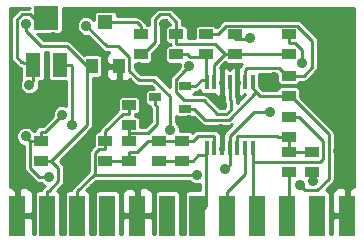
<source format=gbl>
%FSLAX46Y46*%
G04 Gerber Fmt 4.6, Leading zero omitted, Abs format (unit mm)*
G04 Created by KiCad (PCBNEW (2014-09-02 BZR 5112)-product) date 2014-09-07 2:51:26 PM*
%MOMM*%
G01*
G04 APERTURE LIST*
%ADD10C,0.150000*%
%ADD11R,1.000760X0.701040*%
%ADD12R,1.998980X1.998980*%
%ADD13R,1.300480X1.998980*%
%ADD14R,1.143000X0.812800*%
%ADD15R,1.000000X1.250000*%
%ADD16R,1.200000X1.250000*%
%ADD17R,1.350000X3.500000*%
%ADD18R,0.299720X1.300480*%
%ADD19C,0.889000*%
%ADD20C,0.254000*%
G04 APERTURE END LIST*
D10*
D11*
X154230000Y-89500000D03*
X156770000Y-90452500D03*
X156770000Y-88547500D03*
D12*
X145000000Y-82751020D03*
D13*
X146150620Y-86748980D03*
X143849380Y-86748980D03*
D14*
X152000000Y-93149100D03*
X152000000Y-94850900D03*
X150000000Y-93149100D03*
X150000000Y-94850900D03*
X156500000Y-93149100D03*
X156500000Y-94850900D03*
X154500000Y-93149100D03*
X154500000Y-94850900D03*
X144500000Y-94850900D03*
X144500000Y-93149100D03*
X167500000Y-94149100D03*
X167500000Y-95850900D03*
X152000000Y-90149100D03*
X152000000Y-91850900D03*
X165500000Y-87649100D03*
X165500000Y-89350900D03*
X158500000Y-85850900D03*
X158500000Y-84149100D03*
X156000000Y-84149100D03*
X156000000Y-85850900D03*
X153000000Y-84149100D03*
X153000000Y-85850900D03*
X161000000Y-84149100D03*
X161000000Y-85850900D03*
X165500000Y-84149100D03*
X165500000Y-85850900D03*
X165500000Y-94149100D03*
X165500000Y-95850900D03*
X165500000Y-91149100D03*
X165500000Y-92850900D03*
D15*
X148850000Y-86850000D03*
X151150000Y-86850000D03*
D16*
X150000000Y-83150000D03*
D17*
X142530000Y-99500000D03*
X145070000Y-99500000D03*
X147610000Y-99500000D03*
X150150000Y-99500000D03*
X152690000Y-99500000D03*
X155230000Y-99500000D03*
X157770000Y-99500000D03*
X160310000Y-99500000D03*
X162850000Y-99500000D03*
X165390000Y-99500000D03*
X167930000Y-99500000D03*
X170470000Y-99500000D03*
D18*
X158569600Y-88206000D03*
X159204600Y-88206000D03*
X159865000Y-88206000D03*
X160500000Y-88206000D03*
X161160400Y-88206000D03*
X161808100Y-88206000D03*
X162455800Y-88206000D03*
X162455800Y-93794000D03*
X161808100Y-93794000D03*
X161160400Y-93794000D03*
X160500000Y-93794000D03*
X159852300Y-93794000D03*
X159204600Y-93794000D03*
X158556900Y-93794000D03*
D19*
X157102000Y-86837400D03*
X143250000Y-83250000D03*
X143264300Y-92797000D03*
X162271500Y-84489600D03*
X145198500Y-96218900D03*
X146350000Y-90950000D03*
X163888500Y-90693600D03*
X157709700Y-96031900D03*
X160142300Y-95562800D03*
X145554108Y-84398213D03*
X146300000Y-89050000D03*
X169700000Y-94000000D03*
X167550000Y-96600000D03*
X152800000Y-86905002D03*
X164280798Y-87800000D03*
X159850000Y-90150000D03*
X159808218Y-92156630D03*
X154969202Y-83250000D03*
X153550000Y-91400000D03*
X157050000Y-91450722D03*
X149050000Y-97150000D03*
X159395612Y-83181913D03*
X143551100Y-88410700D03*
X166678700Y-86589300D03*
X166456400Y-96908600D03*
X148375000Y-83430600D03*
X155464781Y-92228053D03*
X147186900Y-91816200D03*
D20*
X144544306Y-85172923D02*
X146757623Y-85172923D01*
X143250000Y-83878617D02*
X144544306Y-85172923D01*
X143250000Y-83250000D02*
X143250000Y-83878617D01*
X146757623Y-85172923D02*
X148434700Y-86850000D01*
X148434700Y-86850000D02*
X148434800Y-86850000D01*
X145070000Y-97419500D02*
X145186400Y-97419500D01*
X145186400Y-97419500D02*
X146000600Y-96605300D01*
X146000600Y-96605300D02*
X146000600Y-95449500D01*
X146000600Y-95449500D02*
X145402000Y-94850900D01*
X148850000Y-86850000D02*
X148434800Y-86850000D01*
X144500000Y-94850900D02*
X145402000Y-94850900D01*
X145070000Y-99500000D02*
X145070000Y-97419500D01*
X148434700Y-86850000D02*
X148434700Y-91818200D01*
X148434700Y-91818200D02*
X145402000Y-94850900D01*
X160624701Y-90521857D02*
X160221857Y-90924701D01*
X158310651Y-89757209D02*
X156649009Y-89757209D01*
X160221857Y-90924701D02*
X159478143Y-90924701D01*
X155939000Y-89047200D02*
X155939000Y-88000400D01*
X160500000Y-88200900D02*
X160500000Y-89653442D01*
X160500000Y-89653442D02*
X160624701Y-89778143D01*
X160624701Y-89778143D02*
X160624701Y-90521857D01*
X159478143Y-90924701D02*
X158310651Y-89757209D01*
X156649009Y-89757209D02*
X155939000Y-89047200D01*
X155939000Y-88000400D02*
X156657501Y-87281899D01*
X156657501Y-87281899D02*
X157102000Y-86837400D01*
X149095600Y-96026800D02*
X149095600Y-94237700D01*
X149095600Y-94237700D02*
X149447300Y-93886000D01*
X149447300Y-93886000D02*
X150000000Y-93886000D01*
X150000000Y-93149100D02*
X150000000Y-93886000D01*
X143598000Y-93149100D02*
X143264300Y-92815400D01*
X143264300Y-92815400D02*
X143264300Y-92797000D01*
X145198500Y-96218900D02*
X144350100Y-96218900D01*
X144350100Y-96218900D02*
X143598000Y-95466800D01*
X143598000Y-95466800D02*
X143598000Y-93149100D01*
X161000000Y-84517500D02*
X162243600Y-84517500D01*
X162243600Y-84517500D02*
X162271500Y-84489600D01*
X161000000Y-84149100D02*
X161000000Y-84517500D01*
X144500000Y-93149100D02*
X143598000Y-93149100D01*
X144500000Y-93149100D02*
X144500000Y-92412200D01*
X146350000Y-90950000D02*
X144887800Y-92412200D01*
X144887800Y-92412200D02*
X144500000Y-92412200D01*
X152000000Y-90149100D02*
X152000000Y-90886000D01*
X150000000Y-93149100D02*
X150000000Y-92333300D01*
X150000000Y-92333300D02*
X151447300Y-90886000D01*
X151447300Y-90886000D02*
X152000000Y-90886000D01*
X157704600Y-96026800D02*
X157709700Y-96031900D01*
X149095600Y-96026800D02*
X157704600Y-96026800D01*
X160500000Y-93799100D02*
X160500000Y-92727900D01*
X160500000Y-95205100D02*
X160500000Y-93799100D01*
X162534300Y-90693600D02*
X163888500Y-90693600D01*
X160500000Y-92727900D02*
X162534300Y-90693600D01*
X160142300Y-95562800D02*
X160500000Y-95205100D01*
X147610000Y-99500000D02*
X147610000Y-97419500D01*
X147610000Y-97419500D02*
X149002700Y-96026800D01*
X149002700Y-96026800D02*
X149095600Y-96026800D01*
X150000000Y-83150000D02*
X152661000Y-83150000D01*
X152661000Y-83150000D02*
X153000000Y-83488700D01*
X153000000Y-83488700D02*
X153000000Y-84149100D01*
X170470000Y-99500000D02*
X170470000Y-97530000D01*
X170470000Y-97530000D02*
X171000000Y-97000000D01*
X171000000Y-97000000D02*
X171000000Y-82000000D01*
X171000000Y-82000000D02*
X146500000Y-82000000D01*
X142530000Y-99500000D02*
X142530000Y-97530000D01*
X142530000Y-97530000D02*
X142000000Y-97000000D01*
X142000000Y-97000000D02*
X142000000Y-82000000D01*
X142000000Y-82000000D02*
X143500000Y-82000000D01*
X153550000Y-90230721D02*
X153550000Y-91400000D01*
X151150000Y-87830721D02*
X153550000Y-90230721D01*
X151150000Y-86850000D02*
X151150000Y-87830721D01*
X167550000Y-95900900D02*
X167500000Y-95850900D01*
X167550000Y-96600000D02*
X167550000Y-95900900D01*
X150442700Y-86850000D02*
X149997702Y-86405002D01*
X151150000Y-86850000D02*
X150442700Y-86850000D01*
X159849760Y-90149760D02*
X159850000Y-90150000D01*
X159849760Y-88200920D02*
X159849760Y-90149760D01*
X159849760Y-93799080D02*
X159849760Y-92198172D01*
X159849760Y-92198172D02*
X159808218Y-92156630D01*
X154969202Y-85364417D02*
X154969202Y-83250000D01*
X152800000Y-86905002D02*
X153428617Y-86905002D01*
X153428617Y-86905002D02*
X154969202Y-85364417D01*
X152344000Y-97150000D02*
X149050000Y-97150000D01*
X152690000Y-97496000D02*
X152344000Y-97150000D01*
X152690000Y-99500000D02*
X152690000Y-97496000D01*
X143551100Y-88410700D02*
X143849400Y-88112400D01*
X143849400Y-88112400D02*
X143849400Y-86749000D01*
X143849400Y-86749000D02*
X142868700Y-86499000D01*
X142868700Y-86499000D02*
X142466200Y-86096500D01*
X142466200Y-86096500D02*
X142466200Y-82930600D01*
X142466200Y-82930600D02*
X142930500Y-82466300D01*
X142930500Y-82466300D02*
X143635300Y-82466300D01*
X143920020Y-82751020D02*
X143635300Y-82466300D01*
X145000000Y-82751020D02*
X143920020Y-82751020D01*
X162451000Y-94399500D02*
X162450700Y-94399200D01*
X162450700Y-94399200D02*
X162450700Y-93799100D01*
X162451000Y-94399500D02*
X162451000Y-95000000D01*
X162451000Y-93799100D02*
X162451000Y-94399500D01*
X165500000Y-91149100D02*
X166402000Y-91149100D01*
X162451000Y-95000000D02*
X168147300Y-95000000D01*
X168147300Y-95000000D02*
X168402100Y-94745200D01*
X168402100Y-94745200D02*
X168402100Y-93149200D01*
X168402100Y-93149200D02*
X166402000Y-91149100D01*
X162451000Y-95000000D02*
X162451000Y-99100700D01*
X162451000Y-99100700D02*
X162850000Y-99500000D01*
X165500000Y-95850900D02*
X165500000Y-99390000D01*
X165500000Y-99390000D02*
X165390000Y-99500000D01*
X165500000Y-84149100D02*
X165500000Y-84886000D01*
X166678700Y-86589300D02*
X166678700Y-85512000D01*
X166678700Y-85512000D02*
X166052700Y-84886000D01*
X166052700Y-84886000D02*
X165500000Y-84886000D01*
X162766800Y-89042600D02*
X163075000Y-89350900D01*
X163075000Y-89350900D02*
X165500000Y-89350900D01*
X162451000Y-88200900D02*
X162451000Y-88726700D01*
X162451000Y-88726700D02*
X162766800Y-89042600D01*
X162500000Y-88151600D02*
X162451000Y-88200900D01*
X162450700Y-88200900D02*
X162451000Y-88200900D01*
X165665100Y-89350900D02*
X168902800Y-92588600D01*
X165500000Y-89350900D02*
X165665100Y-89350900D01*
X168902800Y-92588600D02*
X168902800Y-96393758D01*
X168902800Y-96393758D02*
X167921857Y-97374701D01*
X167921857Y-97374701D02*
X166922501Y-97374701D01*
X166922501Y-97374701D02*
X166900899Y-97353099D01*
X166900899Y-97353099D02*
X166456400Y-96908600D01*
X162766800Y-89042600D02*
X160427489Y-91381911D01*
X160427489Y-91381911D02*
X158453791Y-91381911D01*
X158453791Y-91381911D02*
X157524380Y-90452500D01*
X157524380Y-90452500D02*
X156770000Y-90452500D01*
X161800000Y-96005500D02*
X161800000Y-93799100D01*
X160310000Y-97496000D02*
X161800000Y-96005500D01*
X160310000Y-99500000D02*
X160310000Y-97496000D01*
X161800500Y-93799100D02*
X161800000Y-93799100D01*
X156500000Y-94850900D02*
X157402000Y-94850900D01*
X158549000Y-94399500D02*
X157853400Y-94399500D01*
X157853400Y-94399500D02*
X157402000Y-94850900D01*
X158549000Y-94399500D02*
X158549000Y-94337300D01*
X158549000Y-94337300D02*
X158549300Y-94337000D01*
X158549300Y-94337000D02*
X158549300Y-93799100D01*
X158549000Y-94337300D02*
X158549000Y-94324900D01*
X156500000Y-94850900D02*
X154500000Y-94850900D01*
X158549000Y-98720700D02*
X158549000Y-94399500D01*
X157770000Y-99500000D02*
X158549000Y-98720700D01*
X155464781Y-91599436D02*
X155464781Y-92228053D01*
X154059000Y-88000000D02*
X155464781Y-89405781D01*
X152025299Y-87226859D02*
X152798440Y-88000000D01*
X155464781Y-89405781D02*
X155464781Y-91599436D01*
X148375000Y-83430600D02*
X150113300Y-85168900D01*
X150113300Y-85168900D02*
X151093400Y-85168900D01*
X152025299Y-86100799D02*
X152025299Y-87226859D01*
X152798440Y-88000000D02*
X154059000Y-88000000D01*
X151093400Y-85168900D02*
X152025299Y-86100799D01*
X152000000Y-94850900D02*
X152000000Y-94114000D01*
X154500000Y-93149100D02*
X153598000Y-93149100D01*
X153598000Y-93149100D02*
X152633100Y-94114000D01*
X152633100Y-94114000D02*
X152000000Y-94114000D01*
X154500000Y-93149100D02*
X156500000Y-93149100D01*
X152000000Y-94850900D02*
X150000000Y-94850900D01*
X156500000Y-93149100D02*
X157402000Y-93149100D01*
X157402000Y-93149100D02*
X157817800Y-92733300D01*
X157817800Y-92733300D02*
X159199500Y-92733300D01*
X159199500Y-93799100D02*
X159199500Y-92733300D01*
X152000000Y-92499800D02*
X152000000Y-93149100D01*
X152000000Y-91850900D02*
X152000000Y-92499800D01*
X153596758Y-92499800D02*
X154324701Y-91771857D01*
X152000000Y-92499800D02*
X153596758Y-92499800D01*
X154324701Y-91771857D02*
X154324701Y-90199221D01*
X154324701Y-90199221D02*
X154230000Y-90104520D01*
X154230000Y-90104520D02*
X154230000Y-89500000D01*
X156000000Y-85000000D02*
X159247100Y-85000000D01*
X159247100Y-85000000D02*
X160098000Y-85850900D01*
X156000000Y-85000000D02*
X156000000Y-84886000D01*
X161000000Y-85850900D02*
X160098000Y-85850900D01*
X160098000Y-85850900D02*
X159199500Y-86749400D01*
X159199500Y-86749400D02*
X159199500Y-88200900D01*
X165500000Y-85850900D02*
X161000000Y-85850900D01*
X156000000Y-84149100D02*
X156000000Y-84886000D01*
X154194501Y-84821499D02*
X154194501Y-82878143D01*
X153000000Y-85850900D02*
X153165100Y-85850900D01*
X153165100Y-85850900D02*
X154194501Y-84821499D01*
X154194501Y-82878143D02*
X154597345Y-82475299D01*
X156000000Y-83134240D02*
X156000000Y-85000000D01*
X154597345Y-82475299D02*
X155341059Y-82475299D01*
X155341059Y-82475299D02*
X156000000Y-83134240D01*
X161150200Y-93799100D02*
X161150200Y-92733300D01*
X165500000Y-92850900D02*
X164598000Y-92850900D01*
X164598000Y-92850900D02*
X164480400Y-92733300D01*
X164480400Y-92733300D02*
X161150200Y-92733300D01*
X165500000Y-92850900D02*
X165500000Y-94149100D01*
X167500000Y-94149100D02*
X165500000Y-94149100D01*
X147186900Y-86836900D02*
X147186900Y-91816200D01*
X147098980Y-86748980D02*
X147186900Y-86836900D01*
X146150620Y-86748980D02*
X147098980Y-86748980D01*
X161946900Y-86988700D02*
X161800500Y-87135100D01*
X165500000Y-87649100D02*
X165334900Y-87649100D01*
X165334900Y-87649100D02*
X164674500Y-86988700D01*
X164674500Y-86988700D02*
X161946900Y-86988700D01*
X161800500Y-87135100D02*
X161800500Y-88200900D01*
X160241726Y-83412200D02*
X166221200Y-83412200D01*
X166221200Y-83412200D02*
X167490300Y-84681300D01*
X167490300Y-84681300D02*
X167490300Y-86930700D01*
X167490300Y-86930700D02*
X166771900Y-87649100D01*
X160158633Y-83495293D02*
X160241726Y-83412200D01*
X166771900Y-87649100D02*
X166325500Y-87649100D01*
X166325500Y-87649100D02*
X165500000Y-87649100D01*
X160158633Y-83547180D02*
X160158633Y-83495293D01*
X159556713Y-84149100D02*
X160158633Y-83547180D01*
X158500000Y-84149100D02*
X159556713Y-84149100D01*
X156000000Y-85850900D02*
X156902000Y-85850900D01*
X158500000Y-86062300D02*
X157113400Y-86062300D01*
X157113400Y-86062300D02*
X156902000Y-85850900D01*
X158500000Y-86062300D02*
X158500000Y-88000200D01*
X158500000Y-85850900D02*
X158500000Y-86062300D01*
X156770000Y-88547500D02*
X157600900Y-88547500D01*
X158500000Y-88000200D02*
X158148200Y-88000200D01*
X158148200Y-88000200D02*
X157600900Y-88547500D01*
X158500000Y-88000200D02*
X158500000Y-88151600D01*
X158500000Y-88151600D02*
X158549000Y-88200900D01*
X158549300Y-88200900D02*
X158549000Y-88200900D01*
G36*
X146678900Y-90192732D02*
X146514923Y-90124643D01*
X146186518Y-90124357D01*
X145883002Y-90249767D01*
X145650583Y-90481781D01*
X145524643Y-90785077D01*
X145524406Y-91057173D01*
X144677380Y-91904200D01*
X144500000Y-91904200D01*
X144305597Y-91942869D01*
X144140790Y-92052990D01*
X144030669Y-92217797D01*
X144002045Y-92361700D01*
X143977630Y-92361700D01*
X143964533Y-92330002D01*
X143732519Y-92097583D01*
X143429223Y-91971643D01*
X143100818Y-91971357D01*
X142797302Y-92096767D01*
X142564883Y-92328781D01*
X142438943Y-92632077D01*
X142438657Y-92960482D01*
X142564067Y-93263998D01*
X142796081Y-93496417D01*
X143090000Y-93618463D01*
X143090000Y-95466800D01*
X143128669Y-95661203D01*
X143238790Y-95826010D01*
X143990890Y-96578110D01*
X144155697Y-96688231D01*
X144350100Y-96726900D01*
X144539197Y-96726900D01*
X144730281Y-96918317D01*
X144849301Y-96967738D01*
X144710790Y-97060290D01*
X144600669Y-97225097D01*
X144572045Y-97369000D01*
X144319214Y-97369000D01*
X144179180Y-97427004D01*
X144072004Y-97534181D01*
X144014000Y-97674215D01*
X144014000Y-97825786D01*
X144014000Y-101069000D01*
X143840000Y-101069000D01*
X143840000Y-99785750D01*
X143840000Y-99214250D01*
X143840000Y-97876309D01*
X143840000Y-97623690D01*
X143743327Y-97390301D01*
X143564698Y-97211673D01*
X143331309Y-97115000D01*
X142815750Y-97115000D01*
X142657000Y-97273750D01*
X142657000Y-99373000D01*
X143681250Y-99373000D01*
X143840000Y-99214250D01*
X143840000Y-99785750D01*
X143681250Y-99627000D01*
X142657000Y-99627000D01*
X142657000Y-99647000D01*
X142403000Y-99647000D01*
X142403000Y-99627000D01*
X142383000Y-99627000D01*
X142383000Y-99373000D01*
X142403000Y-99373000D01*
X142403000Y-97273750D01*
X142244250Y-97115000D01*
X141931000Y-97115000D01*
X141931000Y-81931000D01*
X143619510Y-81931000D01*
X143619510Y-81958300D01*
X142930500Y-81958300D01*
X142768349Y-81990553D01*
X142736096Y-81996969D01*
X142571290Y-82107090D01*
X142106990Y-82571390D01*
X141996869Y-82736197D01*
X141958200Y-82930600D01*
X141958200Y-86096500D01*
X141996869Y-86290903D01*
X142106990Y-86455710D01*
X142509490Y-86858210D01*
X142539920Y-86878543D01*
X142564387Y-86905765D01*
X142621584Y-86933109D01*
X142674297Y-86968331D01*
X142710194Y-86975471D01*
X142743214Y-86991257D01*
X142818140Y-87010357D01*
X142818140Y-87824256D01*
X142862597Y-87931585D01*
X142851683Y-87942481D01*
X142725743Y-88245777D01*
X142725457Y-88574182D01*
X142850867Y-88877698D01*
X143082881Y-89110117D01*
X143386177Y-89236057D01*
X143714582Y-89236343D01*
X144018098Y-89110933D01*
X144250517Y-88878919D01*
X144376457Y-88575623D01*
X144376743Y-88247218D01*
X144345583Y-88171806D01*
X144354004Y-88129470D01*
X144575406Y-88129470D01*
X144715440Y-88071466D01*
X144822616Y-87964289D01*
X144880620Y-87824255D01*
X144880620Y-87672684D01*
X144880620Y-85680923D01*
X145119380Y-85680923D01*
X145119380Y-85825276D01*
X145119380Y-87824256D01*
X145177384Y-87964290D01*
X145284561Y-88071466D01*
X145424595Y-88129470D01*
X145576166Y-88129470D01*
X146678900Y-88129470D01*
X146678900Y-90192732D01*
X146678900Y-90192732D01*
G37*
X146678900Y-90192732D02*
X146514923Y-90124643D01*
X146186518Y-90124357D01*
X145883002Y-90249767D01*
X145650583Y-90481781D01*
X145524643Y-90785077D01*
X145524406Y-91057173D01*
X144677380Y-91904200D01*
X144500000Y-91904200D01*
X144305597Y-91942869D01*
X144140790Y-92052990D01*
X144030669Y-92217797D01*
X144002045Y-92361700D01*
X143977630Y-92361700D01*
X143964533Y-92330002D01*
X143732519Y-92097583D01*
X143429223Y-91971643D01*
X143100818Y-91971357D01*
X142797302Y-92096767D01*
X142564883Y-92328781D01*
X142438943Y-92632077D01*
X142438657Y-92960482D01*
X142564067Y-93263998D01*
X142796081Y-93496417D01*
X143090000Y-93618463D01*
X143090000Y-95466800D01*
X143128669Y-95661203D01*
X143238790Y-95826010D01*
X143990890Y-96578110D01*
X144155697Y-96688231D01*
X144350100Y-96726900D01*
X144539197Y-96726900D01*
X144730281Y-96918317D01*
X144849301Y-96967738D01*
X144710790Y-97060290D01*
X144600669Y-97225097D01*
X144572045Y-97369000D01*
X144319214Y-97369000D01*
X144179180Y-97427004D01*
X144072004Y-97534181D01*
X144014000Y-97674215D01*
X144014000Y-97825786D01*
X144014000Y-101069000D01*
X143840000Y-101069000D01*
X143840000Y-99785750D01*
X143840000Y-99214250D01*
X143840000Y-97876309D01*
X143840000Y-97623690D01*
X143743327Y-97390301D01*
X143564698Y-97211673D01*
X143331309Y-97115000D01*
X142815750Y-97115000D01*
X142657000Y-97273750D01*
X142657000Y-99373000D01*
X143681250Y-99373000D01*
X143840000Y-99214250D01*
X143840000Y-99785750D01*
X143681250Y-99627000D01*
X142657000Y-99627000D01*
X142657000Y-99647000D01*
X142403000Y-99647000D01*
X142403000Y-99627000D01*
X142383000Y-99627000D01*
X142383000Y-99373000D01*
X142403000Y-99373000D01*
X142403000Y-97273750D01*
X142244250Y-97115000D01*
X141931000Y-97115000D01*
X141931000Y-81931000D01*
X143619510Y-81931000D01*
X143619510Y-81958300D01*
X142930500Y-81958300D01*
X142768349Y-81990553D01*
X142736096Y-81996969D01*
X142571290Y-82107090D01*
X142106990Y-82571390D01*
X141996869Y-82736197D01*
X141958200Y-82930600D01*
X141958200Y-86096500D01*
X141996869Y-86290903D01*
X142106990Y-86455710D01*
X142509490Y-86858210D01*
X142539920Y-86878543D01*
X142564387Y-86905765D01*
X142621584Y-86933109D01*
X142674297Y-86968331D01*
X142710194Y-86975471D01*
X142743214Y-86991257D01*
X142818140Y-87010357D01*
X142818140Y-87824256D01*
X142862597Y-87931585D01*
X142851683Y-87942481D01*
X142725743Y-88245777D01*
X142725457Y-88574182D01*
X142850867Y-88877698D01*
X143082881Y-89110117D01*
X143386177Y-89236057D01*
X143714582Y-89236343D01*
X144018098Y-89110933D01*
X144250517Y-88878919D01*
X144376457Y-88575623D01*
X144376743Y-88247218D01*
X144345583Y-88171806D01*
X144354004Y-88129470D01*
X144575406Y-88129470D01*
X144715440Y-88071466D01*
X144822616Y-87964289D01*
X144880620Y-87824255D01*
X144880620Y-87672684D01*
X144880620Y-85680923D01*
X145119380Y-85680923D01*
X145119380Y-85825276D01*
X145119380Y-87824256D01*
X145177384Y-87964290D01*
X145284561Y-88071466D01*
X145424595Y-88129470D01*
X145576166Y-88129470D01*
X146678900Y-88129470D01*
X146678900Y-90192732D01*
G36*
X156290834Y-86638300D02*
X156276643Y-86672477D01*
X156276406Y-86944573D01*
X155579790Y-87641190D01*
X155469669Y-87805997D01*
X155431000Y-88000400D01*
X155431000Y-88653579D01*
X154418210Y-87640790D01*
X154253403Y-87530669D01*
X154059000Y-87492000D01*
X153008860Y-87492000D01*
X152533299Y-87016438D01*
X152533299Y-86638300D01*
X153647286Y-86638300D01*
X153787320Y-86580296D01*
X153894496Y-86473119D01*
X153952500Y-86333085D01*
X153952500Y-86181514D01*
X153952500Y-85781920D01*
X154553711Y-85180709D01*
X154663832Y-85015902D01*
X154702501Y-84821499D01*
X154702501Y-83088563D01*
X154807765Y-82983299D01*
X155130639Y-82983299D01*
X155492000Y-83344660D01*
X155492000Y-83361700D01*
X155352714Y-83361700D01*
X155212680Y-83419704D01*
X155105504Y-83526881D01*
X155047500Y-83666915D01*
X155047500Y-83818486D01*
X155047500Y-84631286D01*
X155105504Y-84771320D01*
X155212681Y-84878496D01*
X155352715Y-84936500D01*
X155492000Y-84936500D01*
X155492000Y-85000000D01*
X155504630Y-85063500D01*
X155352714Y-85063500D01*
X155212680Y-85121504D01*
X155105504Y-85228681D01*
X155047500Y-85368715D01*
X155047500Y-85520286D01*
X155047500Y-86333086D01*
X155105504Y-86473120D01*
X155212681Y-86580296D01*
X155352715Y-86638300D01*
X155504286Y-86638300D01*
X156290834Y-86638300D01*
X156290834Y-86638300D01*
G37*
X156290834Y-86638300D02*
X156276643Y-86672477D01*
X156276406Y-86944573D01*
X155579790Y-87641190D01*
X155469669Y-87805997D01*
X155431000Y-88000400D01*
X155431000Y-88653579D01*
X154418210Y-87640790D01*
X154253403Y-87530669D01*
X154059000Y-87492000D01*
X153008860Y-87492000D01*
X152533299Y-87016438D01*
X152533299Y-86638300D01*
X153647286Y-86638300D01*
X153787320Y-86580296D01*
X153894496Y-86473119D01*
X153952500Y-86333085D01*
X153952500Y-86181514D01*
X153952500Y-85781920D01*
X154553711Y-85180709D01*
X154663832Y-85015902D01*
X154702501Y-84821499D01*
X154702501Y-83088563D01*
X154807765Y-82983299D01*
X155130639Y-82983299D01*
X155492000Y-83344660D01*
X155492000Y-83361700D01*
X155352714Y-83361700D01*
X155212680Y-83419704D01*
X155105504Y-83526881D01*
X155047500Y-83666915D01*
X155047500Y-83818486D01*
X155047500Y-84631286D01*
X155105504Y-84771320D01*
X155212681Y-84878496D01*
X155352715Y-84936500D01*
X155492000Y-84936500D01*
X155492000Y-85000000D01*
X155504630Y-85063500D01*
X155352714Y-85063500D01*
X155212680Y-85121504D01*
X155105504Y-85228681D01*
X155047500Y-85368715D01*
X155047500Y-85520286D01*
X155047500Y-86333086D01*
X155105504Y-86473120D01*
X155212681Y-86580296D01*
X155352715Y-86638300D01*
X155504286Y-86638300D01*
X156290834Y-86638300D01*
G36*
X158041000Y-97369000D02*
X157019214Y-97369000D01*
X156879180Y-97427004D01*
X156772004Y-97534181D01*
X156714000Y-97674215D01*
X156714000Y-97825786D01*
X156714000Y-101069000D01*
X156286000Y-101069000D01*
X156286000Y-97674214D01*
X156227996Y-97534180D01*
X156120819Y-97427004D01*
X155980785Y-97369000D01*
X155829214Y-97369000D01*
X154479214Y-97369000D01*
X154339180Y-97427004D01*
X154232004Y-97534181D01*
X154174000Y-97674215D01*
X154174000Y-97825786D01*
X154174000Y-101069000D01*
X154000000Y-101069000D01*
X154000000Y-99785750D01*
X154000000Y-99214250D01*
X154000000Y-97876309D01*
X154000000Y-97623690D01*
X153903327Y-97390301D01*
X153724698Y-97211673D01*
X153491309Y-97115000D01*
X152975750Y-97115000D01*
X152817000Y-97273750D01*
X152817000Y-99373000D01*
X153841250Y-99373000D01*
X154000000Y-99214250D01*
X154000000Y-99785750D01*
X153841250Y-99627000D01*
X152817000Y-99627000D01*
X152817000Y-99647000D01*
X152563000Y-99647000D01*
X152563000Y-99627000D01*
X152563000Y-99373000D01*
X152563000Y-97273750D01*
X152404250Y-97115000D01*
X151888691Y-97115000D01*
X151655302Y-97211673D01*
X151476673Y-97390301D01*
X151380000Y-97623690D01*
X151380000Y-97876309D01*
X151380000Y-99214250D01*
X151538750Y-99373000D01*
X152563000Y-99373000D01*
X152563000Y-99627000D01*
X151538750Y-99627000D01*
X151380000Y-99785750D01*
X151380000Y-101069000D01*
X151206000Y-101069000D01*
X151206000Y-97674214D01*
X151147996Y-97534180D01*
X151040819Y-97427004D01*
X150900785Y-97369000D01*
X150749214Y-97369000D01*
X149399214Y-97369000D01*
X149259180Y-97427004D01*
X149152004Y-97534181D01*
X149094000Y-97674215D01*
X149094000Y-97825786D01*
X149094000Y-101069000D01*
X148666000Y-101069000D01*
X148666000Y-97674214D01*
X148607996Y-97534180D01*
X148500819Y-97427004D01*
X148373608Y-97374311D01*
X149213120Y-96534800D01*
X157045306Y-96534800D01*
X157241481Y-96731317D01*
X157544777Y-96857257D01*
X157873182Y-96857543D01*
X158041000Y-96788202D01*
X158041000Y-97369000D01*
X158041000Y-97369000D01*
G37*
X158041000Y-97369000D02*
X157019214Y-97369000D01*
X156879180Y-97427004D01*
X156772004Y-97534181D01*
X156714000Y-97674215D01*
X156714000Y-97825786D01*
X156714000Y-101069000D01*
X156286000Y-101069000D01*
X156286000Y-97674214D01*
X156227996Y-97534180D01*
X156120819Y-97427004D01*
X155980785Y-97369000D01*
X155829214Y-97369000D01*
X154479214Y-97369000D01*
X154339180Y-97427004D01*
X154232004Y-97534181D01*
X154174000Y-97674215D01*
X154174000Y-97825786D01*
X154174000Y-101069000D01*
X154000000Y-101069000D01*
X154000000Y-99785750D01*
X154000000Y-99214250D01*
X154000000Y-97876309D01*
X154000000Y-97623690D01*
X153903327Y-97390301D01*
X153724698Y-97211673D01*
X153491309Y-97115000D01*
X152975750Y-97115000D01*
X152817000Y-97273750D01*
X152817000Y-99373000D01*
X153841250Y-99373000D01*
X154000000Y-99214250D01*
X154000000Y-99785750D01*
X153841250Y-99627000D01*
X152817000Y-99627000D01*
X152817000Y-99647000D01*
X152563000Y-99647000D01*
X152563000Y-99627000D01*
X152563000Y-99373000D01*
X152563000Y-97273750D01*
X152404250Y-97115000D01*
X151888691Y-97115000D01*
X151655302Y-97211673D01*
X151476673Y-97390301D01*
X151380000Y-97623690D01*
X151380000Y-97876309D01*
X151380000Y-99214250D01*
X151538750Y-99373000D01*
X152563000Y-99373000D01*
X152563000Y-99627000D01*
X151538750Y-99627000D01*
X151380000Y-99785750D01*
X151380000Y-101069000D01*
X151206000Y-101069000D01*
X151206000Y-97674214D01*
X151147996Y-97534180D01*
X151040819Y-97427004D01*
X150900785Y-97369000D01*
X150749214Y-97369000D01*
X149399214Y-97369000D01*
X149259180Y-97427004D01*
X149152004Y-97534181D01*
X149094000Y-97674215D01*
X149094000Y-97825786D01*
X149094000Y-101069000D01*
X148666000Y-101069000D01*
X148666000Y-97674214D01*
X148607996Y-97534180D01*
X148500819Y-97427004D01*
X148373608Y-97374311D01*
X149213120Y-96534800D01*
X157045306Y-96534800D01*
X157241481Y-96731317D01*
X157544777Y-96857257D01*
X157873182Y-96857543D01*
X158041000Y-96788202D01*
X158041000Y-97369000D01*
G36*
X160731427Y-91778052D02*
X160140790Y-92368690D01*
X160030669Y-92533497D01*
X160023077Y-92571662D01*
X159927230Y-92667510D01*
X159927230Y-93667000D01*
X159969140Y-93667000D01*
X159969140Y-93921000D01*
X159927230Y-93921000D01*
X159927230Y-93941000D01*
X159777370Y-93941000D01*
X159777370Y-93921000D01*
X159735460Y-93921000D01*
X159735460Y-93667000D01*
X159777370Y-93667000D01*
X159777370Y-92667510D01*
X159673815Y-92563955D01*
X159668831Y-92538897D01*
X159558710Y-92374090D01*
X159393903Y-92263969D01*
X159199500Y-92225300D01*
X157817800Y-92225300D01*
X157623397Y-92263969D01*
X157458590Y-92374090D01*
X157350147Y-92482532D01*
X157287319Y-92419704D01*
X157147285Y-92361700D01*
X156995714Y-92361700D01*
X156290165Y-92361700D01*
X156290424Y-92064571D01*
X156165014Y-91761055D01*
X155972781Y-91568486D01*
X155972781Y-91044996D01*
X156053801Y-91126016D01*
X156193835Y-91184020D01*
X156345406Y-91184020D01*
X157346166Y-91184020D01*
X157481445Y-91127985D01*
X158094581Y-91741121D01*
X158259388Y-91851242D01*
X158453791Y-91889911D01*
X160427489Y-91889911D01*
X160621892Y-91851242D01*
X160731427Y-91778052D01*
X160731427Y-91778052D01*
G37*
X160731427Y-91778052D02*
X160140790Y-92368690D01*
X160030669Y-92533497D01*
X160023077Y-92571662D01*
X159927230Y-92667510D01*
X159927230Y-93667000D01*
X159969140Y-93667000D01*
X159969140Y-93921000D01*
X159927230Y-93921000D01*
X159927230Y-93941000D01*
X159777370Y-93941000D01*
X159777370Y-93921000D01*
X159735460Y-93921000D01*
X159735460Y-93667000D01*
X159777370Y-93667000D01*
X159777370Y-92667510D01*
X159673815Y-92563955D01*
X159668831Y-92538897D01*
X159558710Y-92374090D01*
X159393903Y-92263969D01*
X159199500Y-92225300D01*
X157817800Y-92225300D01*
X157623397Y-92263969D01*
X157458590Y-92374090D01*
X157350147Y-92482532D01*
X157287319Y-92419704D01*
X157147285Y-92361700D01*
X156995714Y-92361700D01*
X156290165Y-92361700D01*
X156290424Y-92064571D01*
X156165014Y-91761055D01*
X155972781Y-91568486D01*
X155972781Y-91044996D01*
X156053801Y-91126016D01*
X156193835Y-91184020D01*
X156345406Y-91184020D01*
X157346166Y-91184020D01*
X157481445Y-91127985D01*
X158094581Y-91741121D01*
X158259388Y-91851242D01*
X158453791Y-91889911D01*
X160427489Y-91889911D01*
X160621892Y-91851242D01*
X160731427Y-91778052D01*
G36*
X161853740Y-89237240D02*
X161132701Y-89958279D01*
X161132701Y-89778143D01*
X161094032Y-89583740D01*
X161008000Y-89454984D01*
X161008000Y-89409960D01*
X161085470Y-89332490D01*
X161085470Y-88333000D01*
X161030860Y-88333000D01*
X161030860Y-88079000D01*
X161085470Y-88079000D01*
X161085470Y-87079510D01*
X160926720Y-86920760D01*
X160884231Y-86920760D01*
X160650842Y-87017433D01*
X160512700Y-87155574D01*
X160374558Y-87017433D01*
X160141169Y-86920760D01*
X160098680Y-86920760D01*
X159939930Y-87079510D01*
X159939930Y-88079000D01*
X159969140Y-88079000D01*
X159969140Y-88333000D01*
X159939930Y-88333000D01*
X159939930Y-89332490D01*
X159992000Y-89384560D01*
X159992000Y-89653442D01*
X160030669Y-89847845D01*
X160116701Y-89976600D01*
X160116701Y-90311436D01*
X160011436Y-90416701D01*
X159688563Y-90416701D01*
X158669861Y-89397999D01*
X158505054Y-89287878D01*
X158310651Y-89249209D01*
X157418136Y-89249209D01*
X157486200Y-89221016D01*
X157593376Y-89113839D01*
X157619034Y-89051892D01*
X157795303Y-89016831D01*
X157960110Y-88906710D01*
X158038740Y-88828080D01*
X158038740Y-88932026D01*
X158096744Y-89072060D01*
X158203921Y-89179236D01*
X158343955Y-89237240D01*
X158495526Y-89237240D01*
X158795246Y-89237240D01*
X158887100Y-89199192D01*
X158978955Y-89237240D01*
X159130526Y-89237240D01*
X159198114Y-89237240D01*
X159355442Y-89394567D01*
X159588831Y-89491240D01*
X159631320Y-89491240D01*
X159790070Y-89332490D01*
X159790070Y-88333000D01*
X159735460Y-88333000D01*
X159735460Y-88079000D01*
X159790070Y-88079000D01*
X159790070Y-87079510D01*
X159707500Y-86996940D01*
X159707500Y-86959820D01*
X160149852Y-86517467D01*
X160212681Y-86580296D01*
X160352715Y-86638300D01*
X160504286Y-86638300D01*
X161578880Y-86638300D01*
X161441290Y-86775890D01*
X161331169Y-86940697D01*
X161320498Y-86994341D01*
X161235330Y-87079510D01*
X161235330Y-88079000D01*
X161277240Y-88079000D01*
X161277240Y-88333000D01*
X161235330Y-88333000D01*
X161235330Y-89332490D01*
X161394080Y-89491240D01*
X161436569Y-89491240D01*
X161669958Y-89394567D01*
X161827285Y-89237240D01*
X161853740Y-89237240D01*
X161853740Y-89237240D01*
G37*
X161853740Y-89237240D02*
X161132701Y-89958279D01*
X161132701Y-89778143D01*
X161094032Y-89583740D01*
X161008000Y-89454984D01*
X161008000Y-89409960D01*
X161085470Y-89332490D01*
X161085470Y-88333000D01*
X161030860Y-88333000D01*
X161030860Y-88079000D01*
X161085470Y-88079000D01*
X161085470Y-87079510D01*
X160926720Y-86920760D01*
X160884231Y-86920760D01*
X160650842Y-87017433D01*
X160512700Y-87155574D01*
X160374558Y-87017433D01*
X160141169Y-86920760D01*
X160098680Y-86920760D01*
X159939930Y-87079510D01*
X159939930Y-88079000D01*
X159969140Y-88079000D01*
X159969140Y-88333000D01*
X159939930Y-88333000D01*
X159939930Y-89332490D01*
X159992000Y-89384560D01*
X159992000Y-89653442D01*
X160030669Y-89847845D01*
X160116701Y-89976600D01*
X160116701Y-90311436D01*
X160011436Y-90416701D01*
X159688563Y-90416701D01*
X158669861Y-89397999D01*
X158505054Y-89287878D01*
X158310651Y-89249209D01*
X157418136Y-89249209D01*
X157486200Y-89221016D01*
X157593376Y-89113839D01*
X157619034Y-89051892D01*
X157795303Y-89016831D01*
X157960110Y-88906710D01*
X158038740Y-88828080D01*
X158038740Y-88932026D01*
X158096744Y-89072060D01*
X158203921Y-89179236D01*
X158343955Y-89237240D01*
X158495526Y-89237240D01*
X158795246Y-89237240D01*
X158887100Y-89199192D01*
X158978955Y-89237240D01*
X159130526Y-89237240D01*
X159198114Y-89237240D01*
X159355442Y-89394567D01*
X159588831Y-89491240D01*
X159631320Y-89491240D01*
X159790070Y-89332490D01*
X159790070Y-88333000D01*
X159735460Y-88333000D01*
X159735460Y-88079000D01*
X159790070Y-88079000D01*
X159790070Y-87079510D01*
X159707500Y-86996940D01*
X159707500Y-86959820D01*
X160149852Y-86517467D01*
X160212681Y-86580296D01*
X160352715Y-86638300D01*
X160504286Y-86638300D01*
X161578880Y-86638300D01*
X161441290Y-86775890D01*
X161331169Y-86940697D01*
X161320498Y-86994341D01*
X161235330Y-87079510D01*
X161235330Y-88079000D01*
X161277240Y-88079000D01*
X161277240Y-88333000D01*
X161235330Y-88333000D01*
X161235330Y-89332490D01*
X161394080Y-89491240D01*
X161436569Y-89491240D01*
X161669958Y-89394567D01*
X161827285Y-89237240D01*
X161853740Y-89237240D01*
G36*
X167647000Y-95977900D02*
X167627000Y-95977900D01*
X167627000Y-95997900D01*
X167373000Y-95997900D01*
X167373000Y-95977900D01*
X167353000Y-95977900D01*
X167353000Y-95723900D01*
X167373000Y-95723900D01*
X167373000Y-95703900D01*
X167627000Y-95703900D01*
X167627000Y-95723900D01*
X167647000Y-95723900D01*
X167647000Y-95977900D01*
X167647000Y-95977900D01*
G37*
X167647000Y-95977900D02*
X167627000Y-95977900D01*
X167627000Y-95997900D01*
X167373000Y-95997900D01*
X167373000Y-95977900D01*
X167353000Y-95977900D01*
X167353000Y-95723900D01*
X167373000Y-95723900D01*
X167373000Y-95703900D01*
X167627000Y-95703900D01*
X167627000Y-95723900D01*
X167647000Y-95723900D01*
X167647000Y-95977900D01*
G36*
X171069000Y-97115000D02*
X170755750Y-97115000D01*
X170597000Y-97273750D01*
X170597000Y-99373000D01*
X170617000Y-99373000D01*
X170617000Y-99627000D01*
X170597000Y-99627000D01*
X170597000Y-99647000D01*
X170343000Y-99647000D01*
X170343000Y-99627000D01*
X170343000Y-99373000D01*
X170343000Y-97273750D01*
X170184250Y-97115000D01*
X169668691Y-97115000D01*
X169435302Y-97211673D01*
X169256673Y-97390301D01*
X169160000Y-97623690D01*
X169160000Y-97876309D01*
X169160000Y-99214250D01*
X169318750Y-99373000D01*
X170343000Y-99373000D01*
X170343000Y-99627000D01*
X169318750Y-99627000D01*
X169160000Y-99785750D01*
X169160000Y-101069000D01*
X168986000Y-101069000D01*
X168986000Y-97674214D01*
X168927996Y-97534180D01*
X168820819Y-97427004D01*
X168680785Y-97369000D01*
X168645978Y-97369000D01*
X169262010Y-96752968D01*
X169372131Y-96588161D01*
X169410800Y-96393758D01*
X169410800Y-92588600D01*
X169378546Y-92426449D01*
X169372131Y-92394197D01*
X169372131Y-92394196D01*
X169262010Y-92229390D01*
X166452500Y-89419880D01*
X166452500Y-88868714D01*
X166394496Y-88728680D01*
X166287319Y-88621504D01*
X166147285Y-88563500D01*
X165995714Y-88563500D01*
X164852714Y-88563500D01*
X164712680Y-88621504D01*
X164605504Y-88728681D01*
X164558192Y-88842900D01*
X163285468Y-88842900D01*
X163126069Y-88683448D01*
X163126067Y-88683447D01*
X163126067Y-88683446D01*
X162986660Y-88543995D01*
X162986660Y-88259057D01*
X163007997Y-88150050D01*
X162986660Y-88044465D01*
X162986660Y-87496700D01*
X164464079Y-87496700D01*
X164547500Y-87580120D01*
X164547500Y-88131286D01*
X164605504Y-88271320D01*
X164712681Y-88378496D01*
X164852715Y-88436500D01*
X165004286Y-88436500D01*
X166147286Y-88436500D01*
X166287320Y-88378496D01*
X166394496Y-88271319D01*
X166441807Y-88157100D01*
X166771900Y-88157100D01*
X166966303Y-88118431D01*
X167131110Y-88008310D01*
X167849510Y-87289910D01*
X167959631Y-87125103D01*
X167998300Y-86930700D01*
X167998300Y-84681300D01*
X167966046Y-84519149D01*
X167959631Y-84486897D01*
X167959631Y-84486896D01*
X167849510Y-84322090D01*
X167849510Y-84322089D01*
X166580410Y-83052990D01*
X166415603Y-82942869D01*
X166221200Y-82904200D01*
X160241726Y-82904200D01*
X160079575Y-82936453D01*
X160047322Y-82942869D01*
X159882516Y-83052990D01*
X159799423Y-83136083D01*
X159694940Y-83292452D01*
X159413831Y-83573560D01*
X159394496Y-83526880D01*
X159287319Y-83419704D01*
X159147285Y-83361700D01*
X158995714Y-83361700D01*
X157852714Y-83361700D01*
X157712680Y-83419704D01*
X157605504Y-83526881D01*
X157547500Y-83666915D01*
X157547500Y-83818486D01*
X157547500Y-84492000D01*
X156952500Y-84492000D01*
X156952500Y-84479714D01*
X156952500Y-83666914D01*
X156894496Y-83526880D01*
X156787319Y-83419704D01*
X156647285Y-83361700D01*
X156508000Y-83361700D01*
X156508000Y-83134240D01*
X156475746Y-82972089D01*
X156469331Y-82939837D01*
X156469331Y-82939836D01*
X156359210Y-82775030D01*
X155700269Y-82116089D01*
X155535462Y-82005968D01*
X155341059Y-81967299D01*
X154597345Y-81967299D01*
X154402942Y-82005968D01*
X154348255Y-82042508D01*
X154238134Y-82116089D01*
X153835291Y-82518933D01*
X153725170Y-82683740D01*
X153686501Y-82878143D01*
X153686501Y-83377943D01*
X153647285Y-83361700D01*
X153495714Y-83361700D01*
X153482738Y-83361700D01*
X153469331Y-83294297D01*
X153469266Y-83294199D01*
X153469244Y-83294089D01*
X153414556Y-83212321D01*
X153359210Y-83129490D01*
X153359114Y-83129426D01*
X153359051Y-83129331D01*
X153020210Y-82790790D01*
X153020051Y-82790631D01*
X152937273Y-82735373D01*
X152855403Y-82680669D01*
X152855291Y-82680646D01*
X152855196Y-82680583D01*
X152757909Y-82661276D01*
X152661000Y-82642000D01*
X152660775Y-82642000D01*
X150981000Y-82642000D01*
X150981000Y-82449214D01*
X150922996Y-82309180D01*
X150815819Y-82202004D01*
X150675785Y-82144000D01*
X150524214Y-82144000D01*
X149324214Y-82144000D01*
X149184180Y-82202004D01*
X149077004Y-82309181D01*
X149019000Y-82449215D01*
X149019000Y-82600786D01*
X149019000Y-82907270D01*
X148843219Y-82731183D01*
X148539923Y-82605243D01*
X148211518Y-82604957D01*
X147908002Y-82730367D01*
X147675583Y-82962381D01*
X147549643Y-83265677D01*
X147549357Y-83594082D01*
X147674767Y-83897598D01*
X147906781Y-84130017D01*
X148210077Y-84255957D01*
X148482173Y-84256193D01*
X149754089Y-85528110D01*
X149754090Y-85528110D01*
X149918896Y-85638231D01*
X149918897Y-85638231D01*
X149951149Y-85644646D01*
X150113300Y-85676900D01*
X150313896Y-85676900D01*
X150290302Y-85686673D01*
X150111673Y-85865301D01*
X150015000Y-86098690D01*
X150015000Y-86351309D01*
X150015000Y-86564250D01*
X150173750Y-86723000D01*
X151023000Y-86723000D01*
X151023000Y-86703000D01*
X151277000Y-86703000D01*
X151277000Y-86723000D01*
X151297000Y-86723000D01*
X151297000Y-86977000D01*
X151277000Y-86977000D01*
X151277000Y-87951250D01*
X151435750Y-88110000D01*
X151776309Y-88110000D01*
X152009698Y-88013327D01*
X152051522Y-87971502D01*
X152439229Y-88359210D01*
X152439230Y-88359210D01*
X152549350Y-88432790D01*
X152604036Y-88469330D01*
X152604037Y-88469331D01*
X152798440Y-88508000D01*
X153848579Y-88508000D01*
X154109059Y-88768480D01*
X153653834Y-88768480D01*
X153513800Y-88826484D01*
X153406624Y-88933661D01*
X153348620Y-89073695D01*
X153348620Y-89225266D01*
X153348620Y-89926306D01*
X153406624Y-90066340D01*
X153513801Y-90173516D01*
X153653835Y-90231520D01*
X153747261Y-90231520D01*
X153760669Y-90298923D01*
X153816701Y-90382780D01*
X153816701Y-91561437D01*
X153386338Y-91991800D01*
X152952500Y-91991800D01*
X152952500Y-91368714D01*
X152894496Y-91228680D01*
X152787319Y-91121504D01*
X152647285Y-91063500D01*
X152495714Y-91063500D01*
X152472693Y-91063500D01*
X152497954Y-90936500D01*
X152647286Y-90936500D01*
X152787320Y-90878496D01*
X152894496Y-90771319D01*
X152952500Y-90631285D01*
X152952500Y-90479714D01*
X152952500Y-89666914D01*
X152894496Y-89526880D01*
X152787319Y-89419704D01*
X152647285Y-89361700D01*
X152495714Y-89361700D01*
X151352714Y-89361700D01*
X151212680Y-89419704D01*
X151105504Y-89526881D01*
X151047500Y-89666915D01*
X151047500Y-89818486D01*
X151047500Y-90567380D01*
X151023000Y-90591880D01*
X151023000Y-87951250D01*
X151023000Y-86977000D01*
X150173750Y-86977000D01*
X150015000Y-87135750D01*
X150015000Y-87348691D01*
X150015000Y-87601310D01*
X150111673Y-87834699D01*
X150290302Y-88013327D01*
X150523691Y-88110000D01*
X150864250Y-88110000D01*
X151023000Y-87951250D01*
X151023000Y-90591880D01*
X149640790Y-91974090D01*
X149530669Y-92138897D01*
X149492000Y-92333300D01*
X149492000Y-92361700D01*
X149352714Y-92361700D01*
X149212680Y-92419704D01*
X149105504Y-92526881D01*
X149047500Y-92666915D01*
X149047500Y-92818486D01*
X149047500Y-93567380D01*
X148736390Y-93878490D01*
X148626269Y-94043297D01*
X148587600Y-94237700D01*
X148587600Y-95723480D01*
X147250790Y-97060290D01*
X147140669Y-97225097D01*
X147112045Y-97369000D01*
X146859214Y-97369000D01*
X146719180Y-97427004D01*
X146612004Y-97534181D01*
X146554000Y-97674215D01*
X146554000Y-97825786D01*
X146554000Y-101069000D01*
X146126000Y-101069000D01*
X146126000Y-97674214D01*
X146067996Y-97534180D01*
X145960819Y-97427004D01*
X145915915Y-97408404D01*
X146359810Y-96964510D01*
X146469931Y-96799703D01*
X146508600Y-96605300D01*
X146508600Y-95449500D01*
X146476346Y-95287349D01*
X146469931Y-95255097D01*
X146469931Y-95255096D01*
X146359810Y-95090290D01*
X146120420Y-94850900D01*
X148793910Y-92177411D01*
X148793910Y-92177410D01*
X148867490Y-92067290D01*
X148904030Y-92012604D01*
X148904031Y-92012603D01*
X148942699Y-91818200D01*
X148942700Y-91818200D01*
X148942700Y-87856000D01*
X149425786Y-87856000D01*
X149565820Y-87797996D01*
X149672996Y-87690819D01*
X149731000Y-87550785D01*
X149731000Y-87399214D01*
X149731000Y-86149214D01*
X149672996Y-86009180D01*
X149565819Y-85902004D01*
X149425785Y-85844000D01*
X149274214Y-85844000D01*
X148274214Y-85844000D01*
X148184344Y-85881224D01*
X147116833Y-84813713D01*
X146952026Y-84703592D01*
X146757623Y-84664923D01*
X144754726Y-84664923D01*
X144221313Y-84131510D01*
X146075276Y-84131510D01*
X146215310Y-84073506D01*
X146322486Y-83966329D01*
X146380490Y-83826295D01*
X146380490Y-83674724D01*
X146380490Y-81931000D01*
X171069000Y-81931000D01*
X171069000Y-97115000D01*
X171069000Y-97115000D01*
G37*
X171069000Y-97115000D02*
X170755750Y-97115000D01*
X170597000Y-97273750D01*
X170597000Y-99373000D01*
X170617000Y-99373000D01*
X170617000Y-99627000D01*
X170597000Y-99627000D01*
X170597000Y-99647000D01*
X170343000Y-99647000D01*
X170343000Y-99627000D01*
X170343000Y-99373000D01*
X170343000Y-97273750D01*
X170184250Y-97115000D01*
X169668691Y-97115000D01*
X169435302Y-97211673D01*
X169256673Y-97390301D01*
X169160000Y-97623690D01*
X169160000Y-97876309D01*
X169160000Y-99214250D01*
X169318750Y-99373000D01*
X170343000Y-99373000D01*
X170343000Y-99627000D01*
X169318750Y-99627000D01*
X169160000Y-99785750D01*
X169160000Y-101069000D01*
X168986000Y-101069000D01*
X168986000Y-97674214D01*
X168927996Y-97534180D01*
X168820819Y-97427004D01*
X168680785Y-97369000D01*
X168645978Y-97369000D01*
X169262010Y-96752968D01*
X169372131Y-96588161D01*
X169410800Y-96393758D01*
X169410800Y-92588600D01*
X169378546Y-92426449D01*
X169372131Y-92394197D01*
X169372131Y-92394196D01*
X169262010Y-92229390D01*
X166452500Y-89419880D01*
X166452500Y-88868714D01*
X166394496Y-88728680D01*
X166287319Y-88621504D01*
X166147285Y-88563500D01*
X165995714Y-88563500D01*
X164852714Y-88563500D01*
X164712680Y-88621504D01*
X164605504Y-88728681D01*
X164558192Y-88842900D01*
X163285468Y-88842900D01*
X163126069Y-88683448D01*
X163126067Y-88683447D01*
X163126067Y-88683446D01*
X162986660Y-88543995D01*
X162986660Y-88259057D01*
X163007997Y-88150050D01*
X162986660Y-88044465D01*
X162986660Y-87496700D01*
X164464079Y-87496700D01*
X164547500Y-87580120D01*
X164547500Y-88131286D01*
X164605504Y-88271320D01*
X164712681Y-88378496D01*
X164852715Y-88436500D01*
X165004286Y-88436500D01*
X166147286Y-88436500D01*
X166287320Y-88378496D01*
X166394496Y-88271319D01*
X166441807Y-88157100D01*
X166771900Y-88157100D01*
X166966303Y-88118431D01*
X167131110Y-88008310D01*
X167849510Y-87289910D01*
X167959631Y-87125103D01*
X167998300Y-86930700D01*
X167998300Y-84681300D01*
X167966046Y-84519149D01*
X167959631Y-84486897D01*
X167959631Y-84486896D01*
X167849510Y-84322090D01*
X167849510Y-84322089D01*
X166580410Y-83052990D01*
X166415603Y-82942869D01*
X166221200Y-82904200D01*
X160241726Y-82904200D01*
X160079575Y-82936453D01*
X160047322Y-82942869D01*
X159882516Y-83052990D01*
X159799423Y-83136083D01*
X159694940Y-83292452D01*
X159413831Y-83573560D01*
X159394496Y-83526880D01*
X159287319Y-83419704D01*
X159147285Y-83361700D01*
X158995714Y-83361700D01*
X157852714Y-83361700D01*
X157712680Y-83419704D01*
X157605504Y-83526881D01*
X157547500Y-83666915D01*
X157547500Y-83818486D01*
X157547500Y-84492000D01*
X156952500Y-84492000D01*
X156952500Y-84479714D01*
X156952500Y-83666914D01*
X156894496Y-83526880D01*
X156787319Y-83419704D01*
X156647285Y-83361700D01*
X156508000Y-83361700D01*
X156508000Y-83134240D01*
X156475746Y-82972089D01*
X156469331Y-82939837D01*
X156469331Y-82939836D01*
X156359210Y-82775030D01*
X155700269Y-82116089D01*
X155535462Y-82005968D01*
X155341059Y-81967299D01*
X154597345Y-81967299D01*
X154402942Y-82005968D01*
X154348255Y-82042508D01*
X154238134Y-82116089D01*
X153835291Y-82518933D01*
X153725170Y-82683740D01*
X153686501Y-82878143D01*
X153686501Y-83377943D01*
X153647285Y-83361700D01*
X153495714Y-83361700D01*
X153482738Y-83361700D01*
X153469331Y-83294297D01*
X153469266Y-83294199D01*
X153469244Y-83294089D01*
X153414556Y-83212321D01*
X153359210Y-83129490D01*
X153359114Y-83129426D01*
X153359051Y-83129331D01*
X153020210Y-82790790D01*
X153020051Y-82790631D01*
X152937273Y-82735373D01*
X152855403Y-82680669D01*
X152855291Y-82680646D01*
X152855196Y-82680583D01*
X152757909Y-82661276D01*
X152661000Y-82642000D01*
X152660775Y-82642000D01*
X150981000Y-82642000D01*
X150981000Y-82449214D01*
X150922996Y-82309180D01*
X150815819Y-82202004D01*
X150675785Y-82144000D01*
X150524214Y-82144000D01*
X149324214Y-82144000D01*
X149184180Y-82202004D01*
X149077004Y-82309181D01*
X149019000Y-82449215D01*
X149019000Y-82600786D01*
X149019000Y-82907270D01*
X148843219Y-82731183D01*
X148539923Y-82605243D01*
X148211518Y-82604957D01*
X147908002Y-82730367D01*
X147675583Y-82962381D01*
X147549643Y-83265677D01*
X147549357Y-83594082D01*
X147674767Y-83897598D01*
X147906781Y-84130017D01*
X148210077Y-84255957D01*
X148482173Y-84256193D01*
X149754089Y-85528110D01*
X149754090Y-85528110D01*
X149918896Y-85638231D01*
X149918897Y-85638231D01*
X149951149Y-85644646D01*
X150113300Y-85676900D01*
X150313896Y-85676900D01*
X150290302Y-85686673D01*
X150111673Y-85865301D01*
X150015000Y-86098690D01*
X150015000Y-86351309D01*
X150015000Y-86564250D01*
X150173750Y-86723000D01*
X151023000Y-86723000D01*
X151023000Y-86703000D01*
X151277000Y-86703000D01*
X151277000Y-86723000D01*
X151297000Y-86723000D01*
X151297000Y-86977000D01*
X151277000Y-86977000D01*
X151277000Y-87951250D01*
X151435750Y-88110000D01*
X151776309Y-88110000D01*
X152009698Y-88013327D01*
X152051522Y-87971502D01*
X152439229Y-88359210D01*
X152439230Y-88359210D01*
X152549350Y-88432790D01*
X152604036Y-88469330D01*
X152604037Y-88469331D01*
X152798440Y-88508000D01*
X153848579Y-88508000D01*
X154109059Y-88768480D01*
X153653834Y-88768480D01*
X153513800Y-88826484D01*
X153406624Y-88933661D01*
X153348620Y-89073695D01*
X153348620Y-89225266D01*
X153348620Y-89926306D01*
X153406624Y-90066340D01*
X153513801Y-90173516D01*
X153653835Y-90231520D01*
X153747261Y-90231520D01*
X153760669Y-90298923D01*
X153816701Y-90382780D01*
X153816701Y-91561437D01*
X153386338Y-91991800D01*
X152952500Y-91991800D01*
X152952500Y-91368714D01*
X152894496Y-91228680D01*
X152787319Y-91121504D01*
X152647285Y-91063500D01*
X152495714Y-91063500D01*
X152472693Y-91063500D01*
X152497954Y-90936500D01*
X152647286Y-90936500D01*
X152787320Y-90878496D01*
X152894496Y-90771319D01*
X152952500Y-90631285D01*
X152952500Y-90479714D01*
X152952500Y-89666914D01*
X152894496Y-89526880D01*
X152787319Y-89419704D01*
X152647285Y-89361700D01*
X152495714Y-89361700D01*
X151352714Y-89361700D01*
X151212680Y-89419704D01*
X151105504Y-89526881D01*
X151047500Y-89666915D01*
X151047500Y-89818486D01*
X151047500Y-90567380D01*
X151023000Y-90591880D01*
X151023000Y-87951250D01*
X151023000Y-86977000D01*
X150173750Y-86977000D01*
X150015000Y-87135750D01*
X150015000Y-87348691D01*
X150015000Y-87601310D01*
X150111673Y-87834699D01*
X150290302Y-88013327D01*
X150523691Y-88110000D01*
X150864250Y-88110000D01*
X151023000Y-87951250D01*
X151023000Y-90591880D01*
X149640790Y-91974090D01*
X149530669Y-92138897D01*
X149492000Y-92333300D01*
X149492000Y-92361700D01*
X149352714Y-92361700D01*
X149212680Y-92419704D01*
X149105504Y-92526881D01*
X149047500Y-92666915D01*
X149047500Y-92818486D01*
X149047500Y-93567380D01*
X148736390Y-93878490D01*
X148626269Y-94043297D01*
X148587600Y-94237700D01*
X148587600Y-95723480D01*
X147250790Y-97060290D01*
X147140669Y-97225097D01*
X147112045Y-97369000D01*
X146859214Y-97369000D01*
X146719180Y-97427004D01*
X146612004Y-97534181D01*
X146554000Y-97674215D01*
X146554000Y-97825786D01*
X146554000Y-101069000D01*
X146126000Y-101069000D01*
X146126000Y-97674214D01*
X146067996Y-97534180D01*
X145960819Y-97427004D01*
X145915915Y-97408404D01*
X146359810Y-96964510D01*
X146469931Y-96799703D01*
X146508600Y-96605300D01*
X146508600Y-95449500D01*
X146476346Y-95287349D01*
X146469931Y-95255097D01*
X146469931Y-95255096D01*
X146359810Y-95090290D01*
X146120420Y-94850900D01*
X148793910Y-92177411D01*
X148793910Y-92177410D01*
X148867490Y-92067290D01*
X148904030Y-92012604D01*
X148904031Y-92012603D01*
X148942699Y-91818200D01*
X148942700Y-91818200D01*
X148942700Y-87856000D01*
X149425786Y-87856000D01*
X149565820Y-87797996D01*
X149672996Y-87690819D01*
X149731000Y-87550785D01*
X149731000Y-87399214D01*
X149731000Y-86149214D01*
X149672996Y-86009180D01*
X149565819Y-85902004D01*
X149425785Y-85844000D01*
X149274214Y-85844000D01*
X148274214Y-85844000D01*
X148184344Y-85881224D01*
X147116833Y-84813713D01*
X146952026Y-84703592D01*
X146757623Y-84664923D01*
X144754726Y-84664923D01*
X144221313Y-84131510D01*
X146075276Y-84131510D01*
X146215310Y-84073506D01*
X146322486Y-83966329D01*
X146380490Y-83826295D01*
X146380490Y-83674724D01*
X146380490Y-81931000D01*
X171069000Y-81931000D01*
X171069000Y-97115000D01*
M02*

</source>
